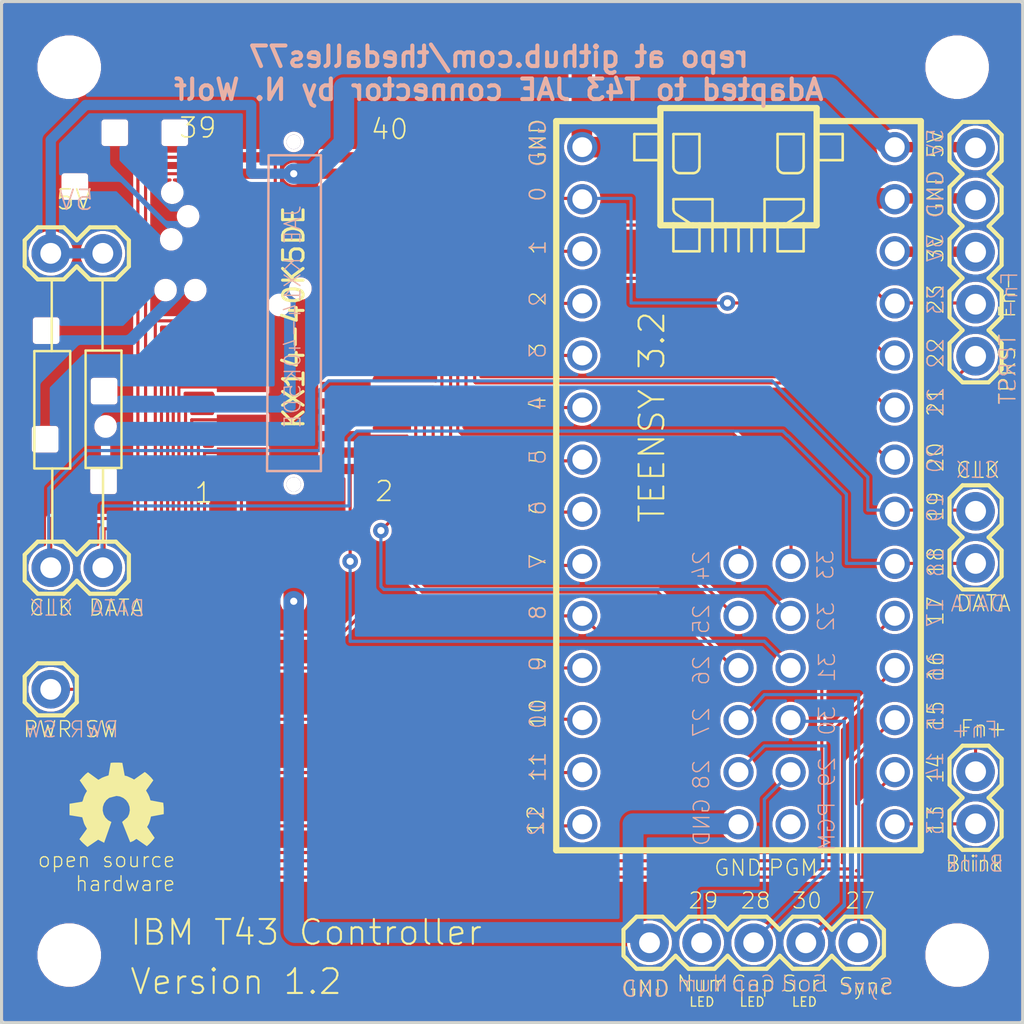
<source format=kicad_pcb>
(kicad_pcb (version 20171130) (host pcbnew 5.1.2)
  (layers (0 Top signal hide) (31 Bottom signal) (34 B.Paste user) (35 F.Paste user) (36 B.SilkS user) (37 F.SilkS user) (38 B.Mask user) (39 F.Mask user) (44 Edge.Cuts user))
  (net 0 "")
  (module "" (layer Top) (at 108.125 82.525)
    (fp_text reference "" (at 139.85 97.15) (layer F.SilkS) (effects (font (size 1.27 1.27))))
    (fp_text value "" (at 139.85 97.15) (layer F.SilkS) (effects (font (size 1.27 1.27))))
    (fp_text user KX14-40K5DE (at 139.75 94.95 -180) (layer F.SilkS))
  )
  (module "" (layer Top) (at 139.85 97.15)
    (fp_text reference "" (at 135.3 87.7) (layer F.SilkS) (effects (font (size 1.27 1.27))))
    (fp_text value "" (at 135.3 87.7) (layer F.SilkS) (effects (font (size 1.27 1.27))))
    (fp_text user KX14-40K5DE (at 135.175 85.65 -180) (layer F.SilkS))
  )
  (module Connector_JAE:KX14-40K5DE (layer Top) (at 135.3 87.7 270)
    (fp_text reference REF** hide)
    (fp_text value KX14-40K5DE (at 7.8 -2.55 90) (layer F.SilkS))
    (pad 2 smd rect (at 15.2 -5.1 270) (size 0.5 2.4) (layers Top F.Paste F.Mask))
    (pad 4 smd rect (at 14.4 -5.1 270) (size 0.5 2.4) (layers Top F.Paste F.Mask))
    (pad 6 smd rect (at 13.6 -5.1 270) (size 0.5 2.4) (layers Top F.Paste F.Mask))
    (pad 8 smd rect (at 12.8 -5.1 270) (size 0.5 2.4) (layers Top F.Paste F.Mask))
    (pad 10 smd rect (at 12 -5.1 270) (size 0.5 2.4) (layers Top F.Paste F.Mask))
    (pad 12 smd rect (at 11.2 -5.1 270) (size 0.5 2.4) (layers Top F.Paste F.Mask))
    (pad 14 smd rect (at 10.4 -5.1 270) (size 0.5 2.4) (layers Top F.Paste F.Mask))
    (pad 16 smd rect (at 9.6 -5.1 270) (size 0.5 2.4) (layers Top F.Paste F.Mask))
    (pad 18 smd rect (at 8.8 -5.1 270) (size 0.5 2.4) (layers Top F.Paste F.Mask))
    (pad 20 smd rect (at 8 -5.1 270) (size 0.5 2.4) (layers Top F.Paste F.Mask))
    (pad 22 smd rect (at 7.2 -5.1 270) (size 0.5 2.4) (layers Top F.Paste F.Mask))
    (pad 24 smd rect (at 6.4 -5.1 270) (size 0.5 2.4) (layers Top F.Paste F.Mask))
    (pad 26 smd rect (at 5.6 -5.1 270) (size 0.5 2.4) (layers Top F.Paste F.Mask))
    (pad 28 smd rect (at 4.8 -5.1 270) (size 0.5 2.4) (layers Top F.Paste F.Mask))
    (pad 30 smd rect (at 4 -5.1 270) (size 0.5 2.4) (layers Top F.Paste F.Mask))
    (pad 32 smd rect (at 3.2 -5.1 270) (size 0.5 2.4) (layers Top F.Paste F.Mask))
    (pad 34 smd rect (at 2.4 -5.1 270) (size 0.5 2.4) (layers Top F.Paste F.Mask))
    (pad 36 smd rect (at 1.6 -5.1 270) (size 0.5 2.4) (layers Top F.Paste F.Mask))
    (pad 38 smd rect (at 0.8 -5.1 270) (size 0.5 2.4) (layers Top F.Paste F.Mask))
    (pad 40 smd rect (at 0 -5.1 270) (size 0.5 2.4) (layers Top F.Paste F.Mask))
    (pad 44 smd rect (at 19.75 -2.55 270) (size 2.5 2.7) (layers Top F.Paste F.Mask))
    (pad 43 smd rect (at -4.5 -2.55 270) (size 2.5 2.7) (layers Top F.Paste F.Mask))
    (pad 42 thru_hole circle (at 15.95 -2.55 270) (size 0.7 0.7) (drill 0.7) (layers *.Cu *.Mask))
    (pad 41 thru_hole circle (at -0.75 -2.55 270) (size 0.7 0.7) (drill 0.7) (layers *.Cu *.Mask))
    (pad 1 smd rect (at 15.2 0 270) (size 0.5 2.4) (layers Top F.Paste F.Mask))
    (pad 3 smd rect (at 14.4 0 270) (size 0.5 2.4) (layers Top F.Paste F.Mask))
    (pad 5 smd rect (at 13.6 0 270) (size 0.5 2.4) (layers Top F.Paste F.Mask))
    (pad 7 smd rect (at 12.8 0 270) (size 0.5 2.4) (layers Top F.Paste F.Mask))
    (pad 9 smd rect (at 12 0 270) (size 0.5 2.4) (layers Top F.Paste F.Mask))
    (pad 11 smd rect (at 11.2 0 270) (size 0.5 2.4) (layers Top F.Paste F.Mask))
    (pad 13 smd rect (at 10.4 0 270) (size 0.5 2.4) (layers Top F.Paste F.Mask))
    (pad 15 smd rect (at 9.6 0 270) (size 0.5 2.4) (layers Top F.Paste F.Mask))
    (pad 17 smd rect (at 8.8 0 270) (size 0.5 2.4) (layers Top F.Paste F.Mask))
    (pad 19 smd rect (at 8 0 270) (size 0.5 2.4) (layers Top F.Paste F.Mask))
    (pad 21 smd rect (at 7.2 0 270) (size 0.5 2.4) (layers Top F.Paste F.Mask))
    (pad 23 smd rect (at 6.4 0 270) (size 0.5 2.4) (layers Top F.Paste F.Mask))
    (pad 25 smd rect (at 5.6 0 270) (size 0.5 2.4) (layers Top F.Paste F.Mask))
    (pad 27 smd rect (at 4.8 0 270) (size 0.5 2.4) (layers Top F.Paste F.Mask))
    (pad 29 smd rect (at 4 0 270) (size 0.5 2.4) (layers Top F.Paste F.Mask))
    (pad 31 smd rect (at 3.2 0 270) (size 0.5 2.4) (layers Top F.Paste F.Mask))
    (pad 33 smd rect (at 2.4 0 270) (size 0.5 2.4) (layers Top F.Paste F.Mask))
    (pad 35 smd rect (at 1.6 0 270) (size 0.5 2.4) (layers Top F.Paste F.Mask))
    (pad 37 smd rect (at 0.8 0 270) (size 0.5 2.4) (layers Top F.Paste F.Mask))
    (pad 39 smd rect (at 0 0 270) (size 0.5 2.4) (layers Top F.Paste F.Mask))
  )
  (module "" (layer Top) (at 170.2011 83.3036)
    (fp_text reference @HOLE0 hide)
    (fp_text value "" (at 0 0) (layer F.SilkS) (effects (font (size 1.27 1.27))))
    (pad "" np_thru_hole circle (at 0 0) (size 2.8 2.8) (drill 2.8) (layers *.Cu *.Mask))
  )
  (module "" (layer Top) (at 126.9011 83.3036)
    (fp_text reference @HOLE1 hide)
    (fp_text value "" (at 0 0) (layer F.SilkS) (effects (font (size 1.27 1.27))))
    (pad "" np_thru_hole circle (at 0 0) (size 2.8 2.8) (drill 2.8) (layers *.Cu *.Mask))
  )
  (module "" (layer Top) (at 126.9011 126.6036)
    (fp_text reference @HOLE2 hide)
    (fp_text value "" (at 0 0) (layer F.SilkS) (effects (font (size 1.27 1.27))))
    (pad "" np_thru_hole circle (at 0 0) (size 2.8 2.8) (drill 2.8) (layers *.Cu *.Mask))
  )
  (module "" (layer Top) (at 170.2011 126.6036)
    (fp_text reference @HOLE3 hide)
    (fp_text value "" (at 0 0) (layer F.SilkS) (effects (font (size 1.27 1.27))))
    (pad "" np_thru_hole circle (at 0 0) (size 2.8 2.8) (drill 2.8) (layers *.Cu *.Mask))
  )
  (module Lenovo_Scanner:TEENSY_3P2MIN (layer Top) (at 157.0011 99.9036 270)
    (fp_text reference E$1 hide)
    (fp_text value "" hide)
    (fp_text user "TEENSY 3.2" (at 5.6964 0.9761 270) (layer F.SilkS) (effects (font (size 1.2065 1.2065) (thickness 0.1016)) (justify left bottom)))
    (pad GND2 thru_hole circle (at 20.32 -2.54 90) (size 1.4732 1.4732) (drill 0.9652) (layers *.Cu *.Mask))
    (pad PGM thru_hole circle (at 20.32 -5.08 90) (size 1.4732 1.4732) (drill 0.9652) (layers *.Cu *.Mask))
    (pad 24 thru_hole circle (at 7.62 -2.54 90) (size 1.4732 1.4732) (drill 0.9652) (layers *.Cu *.Mask))
    (pad 25 thru_hole circle (at 10.16 -2.54 90) (size 1.4732 1.4732) (drill 0.9652) (layers *.Cu *.Mask))
    (pad 26 thru_hole circle (at 12.7 -2.54 90) (size 1.4732 1.4732) (drill 0.9652) (layers *.Cu *.Mask))
    (pad 27 thru_hole circle (at 15.24 -2.54 90) (size 1.4732 1.4732) (drill 0.9652) (layers *.Cu *.Mask))
    (pad 28 thru_hole circle (at 17.78 -2.54 90) (size 1.4732 1.4732) (drill 0.9652) (layers *.Cu *.Mask))
    (pad 33 thru_hole circle (at 7.62 -5.08 90) (size 1.4732 1.4732) (drill 0.9652) (layers *.Cu *.Mask))
    (pad 32 thru_hole circle (at 10.16 -5.08 90) (size 1.4732 1.4732) (drill 0.9652) (layers *.Cu *.Mask))
    (pad 31 thru_hole circle (at 12.7 -5.08 90) (size 1.4732 1.4732) (drill 0.9652) (layers *.Cu *.Mask))
    (pad 30 thru_hole circle (at 15.24 -5.08 90) (size 1.4732 1.4732) (drill 0.9652) (layers *.Cu *.Mask))
    (pad 29 thru_hole circle (at 17.78 -5.08 90) (size 1.4732 1.4732) (drill 0.9652) (layers *.Cu *.Mask))
    (pad VIN thru_hole circle (at -12.7 -10.16 270) (size 1.4732 1.4732) (drill 0.9652) (layers *.Cu *.Mask))
    (pad GND1 thru_hole circle (at -12.7 5.08 270) (size 1.4732 1.4732) (drill 0.9652) (layers *.Cu *.Mask))
    (pad AGND thru_hole circle (at -10.16 -10.16 270) (size 1.4732 1.4732) (drill 0.9652) (layers *.Cu *.Mask))
    (pad 3V1 thru_hole circle (at -7.62 -10.16 270) (size 1.4732 1.4732) (drill 0.9652) (layers *.Cu *.Mask))
    (pad 0 thru_hole circle (at -10.16 5.08 270) (size 1.4732 1.4732) (drill 0.9652) (layers *.Cu *.Mask))
    (pad 23 thru_hole circle (at -5.08 -10.16 270) (size 1.4732 1.4732) (drill 0.9652) (layers *.Cu *.Mask))
    (pad 22 thru_hole circle (at -2.54 -10.16 270) (size 1.4732 1.4732) (drill 0.9652) (layers *.Cu *.Mask))
    (pad 21 thru_hole circle (at 0 -10.16 270) (size 1.4732 1.4732) (drill 0.9652) (layers *.Cu *.Mask))
    (pad 20 thru_hole circle (at 2.54 -10.16 270) (size 1.4732 1.4732) (drill 0.9652) (layers *.Cu *.Mask))
    (pad 19 thru_hole circle (at 5.08 -10.16 270) (size 1.4732 1.4732) (drill 0.9652) (layers *.Cu *.Mask))
    (pad 18 thru_hole circle (at 7.62 -10.16 270) (size 1.4732 1.4732) (drill 0.9652) (layers *.Cu *.Mask))
    (pad 17 thru_hole circle (at 10.16 -10.16 270) (size 1.4732 1.4732) (drill 0.9652) (layers *.Cu *.Mask))
    (pad 16 thru_hole circle (at 12.7 -10.16 270) (size 1.4732 1.4732) (drill 0.9652) (layers *.Cu *.Mask))
    (pad 15 thru_hole circle (at 15.24 -10.16 270) (size 1.4732 1.4732) (drill 0.9652) (layers *.Cu *.Mask))
    (pad 14 thru_hole circle (at 17.78 -10.16 270) (size 1.4732 1.4732) (drill 0.9652) (layers *.Cu *.Mask))
    (pad 13 thru_hole circle (at 20.32 -10.16 270) (size 1.4732 1.4732) (drill 0.9652) (layers *.Cu *.Mask))
    (pad 12 thru_hole circle (at 20.32 5.08 270) (size 1.4732 1.4732) (drill 0.9652) (layers *.Cu *.Mask))
    (pad 11 thru_hole circle (at 17.78 5.08 270) (size 1.4732 1.4732) (drill 0.9652) (layers *.Cu *.Mask))
    (pad 10 thru_hole circle (at 15.24 5.08 270) (size 1.4732 1.4732) (drill 0.9652) (layers *.Cu *.Mask))
    (pad 9 thru_hole circle (at 12.7 5.08 270) (size 1.4732 1.4732) (drill 0.9652) (layers *.Cu *.Mask))
    (pad 8 thru_hole circle (at 10.16 5.08 270) (size 1.4732 1.4732) (drill 0.9652) (layers *.Cu *.Mask))
    (pad 7 thru_hole circle (at 7.62 5.08 270) (size 1.4732 1.4732) (drill 0.9652) (layers *.Cu *.Mask))
    (pad 6 thru_hole circle (at 5.08 5.08 270) (size 1.4732 1.4732) (drill 0.9652) (layers *.Cu *.Mask))
    (pad 5 thru_hole circle (at 2.54 5.08 270) (size 1.4732 1.4732) (drill 0.9652) (layers *.Cu *.Mask))
    (pad 4 thru_hole circle (at 0 5.08 270) (size 1.4732 1.4732) (drill 0.9652) (layers *.Cu *.Mask))
    (pad 3 thru_hole circle (at -2.54 5.08 270) (size 1.4732 1.4732) (drill 0.9652) (layers *.Cu *.Mask))
    (pad 2 thru_hole circle (at -5.08 5.08 270) (size 1.4732 1.4732) (drill 0.9652) (layers *.Cu *.Mask))
    (pad 1 thru_hole circle (at -7.62 5.08 270) (size 1.4732 1.4732) (drill 0.9652) (layers *.Cu *.Mask))
  )
  (module Lenovo_Scanner:1X01 (layer Top) (at 126.0011 113.6436)
    (fp_text reference E$3 hide)
    (fp_text value "")
    (pad 1 thru_hole circle (at 0 0 90) (size 1.8796 1.8796) (drill 1.016) (layers *.Cu *.Mask))
  )
  (module Lenovo_Scanner:1X02 (layer Top) (at 171.1011 107.5036 90)
    (fp_text reference E$8 hide)
    (fp_text value "")
    (pad 2 thru_hole circle (at 2.54 0 180) (size 1.8796 1.8796) (drill 1.016) (layers *.Cu *.Mask))
    (pad 1 thru_hole circle (at 0 0 180) (size 1.8796 1.8796) (drill 1.016) (layers *.Cu *.Mask))
  )
  (module Lenovo_Scanner:1X02 (layer Top) (at 171.1011 120.2036 90)
    (fp_text reference E$7 hide)
    (fp_text value "")
    (pad 2 thru_hole circle (at 2.54 0 180) (size 1.8796 1.8796) (drill 1.016) (layers *.Cu *.Mask))
    (pad 1 thru_hole circle (at 0 0 180) (size 1.8796 1.8796) (drill 1.016) (layers *.Cu *.Mask))
  )
  (module Lenovo_Scanner:1X05 (layer Top) (at 155.2011 126.0036)
    (fp_text reference E$4 hide)
    (fp_text value "")
    (pad 5 thru_hole circle (at 10.16 0 90) (size 1.8796 1.8796) (drill 1.016) (layers *.Cu *.Mask))
    (pad 4 thru_hole circle (at 7.62 0 90) (size 1.8796 1.8796) (drill 1.016) (layers *.Cu *.Mask))
    (pad 3 thru_hole circle (at 5.08 0 90) (size 1.8796 1.8796) (drill 1.016) (layers *.Cu *.Mask))
    (pad 2 thru_hole circle (at 2.54 0 90) (size 1.8796 1.8796) (drill 1.016) (layers *.Cu *.Mask))
    (pad 1 thru_hole circle (at 0 0 90) (size 1.8796 1.8796) (drill 1.016) (layers *.Cu *.Mask))
  )
  (module Lenovo_Scanner:1X02 (layer Top) (at 126.0011 92.3836)
    (fp_text reference E$5 hide)
    (fp_text value "")
    (pad 2 thru_hole circle (at 2.54 0 90) (size 1.8796 1.8796) (drill 1.016) (layers *.Cu *.Mask))
    (pad 1 thru_hole circle (at 0 0 90) (size 1.8796 1.8796) (drill 1.016) (layers *.Cu *.Mask))
  )
  (module Lenovo_Scanner:1X02 (layer Top) (at 126.0011 107.7136)
    (fp_text reference E$9 hide)
    (fp_text value "")
    (pad 2 thru_hole circle (at 2.54 0 90) (size 1.8796 1.8796) (drill 1.016) (layers *.Cu *.Mask))
    (pad 1 thru_hole circle (at 0 0 90) (size 1.8796 1.8796) (drill 1.016) (layers *.Cu *.Mask))
  )
  (module Lenovo_Scanner:1X05 (layer Top) (at 171.1011 97.4036 90)
    (fp_text reference E$6 hide)
    (fp_text value "")
    (pad 5 thru_hole circle (at 10.16 0 180) (size 1.8796 1.8796) (drill 1.016) (layers *.Cu *.Mask))
    (pad 4 thru_hole circle (at 7.62 0 180) (size 1.8796 1.8796) (drill 1.016) (layers *.Cu *.Mask))
    (pad 3 thru_hole circle (at 5.08 0 180) (size 1.8796 1.8796) (drill 1.016) (layers *.Cu *.Mask))
    (pad 2 thru_hole circle (at 2.54 0 180) (size 1.8796 1.8796) (drill 1.016) (layers *.Cu *.Mask))
    (pad 1 thru_hole circle (at 0 0 180) (size 1.8796 1.8796) (drill 1.016) (layers *.Cu *.Mask))
  )
  (module Lenovo_Scanner:OSHW_5MM (layer Top) (at 129.2011 119.5036)
    (fp_text reference E$10 hide)
    (fp_text value "" hide)
    (fp_text user "open source\n  hardware" (at 2.921 2.032) (layer F.SilkS) (effects (font (size 0.7239 0.7239) (thickness 0.06096)) (justify right top)))
  )
  (gr_text 27 (at 164.7 124.4) (layer F.SilkS) (effects (font (size 0.77216 0.77216) (thickness 0.065024)) (justify left bottom)))
  (gr_text 30 (at 162.1 124.4) (layer F.SilkS) (effects (font (size 0.77216 0.77216) (thickness 0.065024)) (justify left bottom)))
  (gr_text 28 (at 159.6 124.4) (layer F.SilkS) (effects (font (size 0.77216 0.77216) (thickness 0.065024)) (justify left bottom)))
  (gr_text 29 (at 157.05 124.4) (layer F.SilkS) (effects (font (size 0.77216 0.77216) (thickness 0.065024)) (justify left bottom)))
  (gr_text GND (at 150.219374 85.7964 90) (layer B.SilkS) (effects (font (size 0.77216 0.77216) (thickness 0.065024)) (justify left bottom mirror)))
  (gr_text LED (at 162.1 129.15) (layer F.SilkS) (effects (font (size 0.45 0.45) (thickness 0.065024)) (justify left bottom)))
  (gr_text LED (at 159.55 129.15) (layer F.SilkS) (effects (font (size 0.45 0.45) (thickness 0.065024)) (justify left bottom)))
  (gr_text LED (at 157.1 129.15) (layer F.SilkS) (effects (font (size 0.45 0.45) (thickness 0.065024)) (justify left bottom)))
  (gr_line (start 128.55 102.875) (end 128.55 106.425) (layer F.SilkS) (width 0.12))
  (gr_line (start 126.075 102.875) (end 126.075 106.5) (layer F.SilkS) (width 0.12))
  (gr_line (start 126.05 97.15) (end 126.05 93.65) (layer F.SilkS) (width 0.12))
  (gr_line (start 128.525 97.125) (end 128.525 93.65) (layer F.SilkS) (width 0.12))
  (gr_line (start 126.95 97.15) (end 126.95 102.875) (layer F.SilkS) (width 0.12))
  (gr_line (start 126.95 102.875) (end 125.2 102.875) (layer F.SilkS) (width 0.12))
  (gr_line (start 125.2 102.85) (end 125.2 97.15) (layer F.SilkS) (width 0.12))
  (gr_line (start 125.2 97.15) (end 126.95 97.15) (layer F.SilkS) (width 0.12))
  (gr_line (start 127.7 102.85) (end 127.7 97.125) (layer F.SilkS) (width 0.12))
  (gr_line (start 129.45 102.85) (end 127.7 102.85) (layer F.SilkS) (width 0.12))
  (gr_line (start 129.45 97.125) (end 129.45 102.85) (layer F.SilkS) (width 0.12))
  (gr_line (start 127.7 97.125) (end 129.45 97.125) (layer F.SilkS) (width 0.12))
  (gr_text PGM (at 164.3 119.075 90) (layer B.SilkS) (effects (font (size 0.77216 0.77216) (thickness 0.065024)) (justify left bottom mirror)))
  (gr_text 29 (at 164.310805 116.9 90) (layer B.SilkS) (effects (font (size 0.77216 0.77216) (thickness 0.065024)) (justify left bottom mirror)))
  (gr_text 30 (at 164.310805 114.4 90) (layer B.SilkS) (effects (font (size 0.77216 0.77216) (thickness 0.065024)) (justify left bottom mirror)))
  (gr_text 31 (at 164.310805 111.8 90) (layer B.SilkS) (effects (font (size 0.77216 0.77216) (thickness 0.065024)) (justify left bottom mirror)))
  (gr_text 32 (at 164.260805 109.325 90) (layer B.SilkS) (effects (font (size 0.77216 0.77216) (thickness 0.065024)) (justify left bottom mirror)))
  (gr_text 33 (at 164.235805 106.8 90) (layer B.SilkS) (effects (font (size 0.77216 0.77216) (thickness 0.065024)) (justify left bottom mirror)))
  (gr_line (start 136.55 103) (end 136.625 87.6) (layer B.SilkS) (width 0.12))
  (gr_line (start 139.175 103) (end 136.55 103) (layer B.SilkS) (width 0.12))
  (gr_line (start 139.175 87.6) (end 139.175 103) (layer B.SilkS) (width 0.12))
  (gr_line (start 136.625 87.6) (end 139.175 87.6) (layer B.SilkS) (width 0.12))
  (gr_text "JAE KX14-40K5DE" (at 138.25 89.975 90) (layer B.SilkS) (effects (font (size 0.77216 0.77216) (thickness 0.065024)) (justify left bottom mirror)))
  (gr_text GND (at 156.2 128.7) (layer B.SilkS) (effects (font (size 0.77216 0.77216) (thickness 0.065024)) (justify left bottom mirror)))
  (gr_text "PWR SW" (at 129.374084 116.0564) (layer B.SilkS) (effects (font (size 0.77216 0.77216) (thickness 0.065024)) (justify left bottom mirror)))
  (gr_text 5V (at 128.152832 90.35) (layer B.SilkS) (effects (font (size 0.9652 0.9652) (thickness 0.08128)) (justify left bottom mirror)))
  (gr_text DATA (at 130.650299 110.1464) (layer B.SilkS) (effects (font (size 0.77216 0.77216) (thickness 0.065024)) (justify left bottom mirror)))
  (gr_text CLK (at 127.135526 110.1214) (layer B.SilkS) (effects (font (size 0.77216 0.77216) (thickness 0.065024)) (justify left bottom mirror)))
  (gr_text GND (at 169.594374 88.2964 90) (layer B.SilkS) (effects (font (size 0.77216 0.77216) (thickness 0.065024)) (justify left bottom mirror)))
  (gr_text Fn- (at 173.207604 93.2214 90) (layer B.SilkS) (effects (font (size 0.77216 0.77216) (thickness 0.065024)) (justify left bottom mirror)))
  (gr_text TPRST (at 173.122459 96.2714 90) (layer B.SilkS) (effects (font (size 0.77216 0.77216) (thickness 0.065024)) (justify left bottom mirror)))
  (gr_text CLK (at 172.310526 103.3964) (layer B.SilkS) (effects (font (size 0.77216 0.77216) (thickness 0.065024)) (justify left bottom mirror)))
  (gr_text DATA (at 172.600299 109.9214) (layer B.SilkS) (effects (font (size 0.77216 0.77216) (thickness 0.065024)) (justify left bottom mirror)))
  (gr_text Fn+ (at 172.25 116.075) (layer B.SilkS) (effects (font (size 0.77216 0.77216) (thickness 0.065024)) (justify left bottom mirror)))
  (gr_text Blink (at 172.533047 122.6) (layer B.SilkS) (effects (font (size 0.77216 0.77216) (thickness 0.065024)) (justify left bottom mirror)))
  (gr_text 23 (at 169.610805 93.875 90) (layer B.SilkS) (effects (font (size 0.77216 0.77216) (thickness 0.065024)) (justify left bottom mirror)))
  (gr_text 22 (at 169.610805 96.5 90) (layer B.SilkS) (effects (font (size 0.77216 0.77216) (thickness 0.065024)) (justify left bottom mirror)))
  (gr_text 21 (at 169.610805 98.875 90) (layer B.SilkS) (effects (font (size 0.77216 0.77216) (thickness 0.065024)) (justify left bottom mirror)))
  (gr_text 20 (at 169.585805 101.6 90) (layer B.SilkS) (effects (font (size 0.77216 0.77216) (thickness 0.065024)) (justify left bottom mirror)))
  (gr_text 19 (at 169.585805 104 90) (layer B.SilkS) (effects (font (size 0.77216 0.77216) (thickness 0.065024)) (justify left bottom mirror)))
  (gr_text 18 (at 169.610805 106.675 90) (layer B.SilkS) (effects (font (size 0.77216 0.77216) (thickness 0.065024)) (justify left bottom mirror)))
  (gr_text 17 (at 169.585805 109.125 90) (layer B.SilkS) (effects (font (size 0.77216 0.77216) (thickness 0.065024)) (justify left bottom mirror)))
  (gr_text 16 (at 169.610805 111.775 90) (layer B.SilkS) (effects (font (size 0.77216 0.77216) (thickness 0.065024)) (justify left bottom mirror)))
  (gr_text 15 (at 169.610805 114.2 90) (layer B.SilkS) (effects (font (size 0.77216 0.77216) (thickness 0.065024)) (justify left bottom mirror)))
  (gr_text 14 (at 169.585805 116.625 90) (layer B.SilkS) (effects (font (size 0.77216 0.77216) (thickness 0.065024)) (justify left bottom mirror)))
  (gr_text 13 (at 169.585805 119.25 90) (layer B.SilkS) (effects (font (size 0.77216 0.77216) (thickness 0.065024)) (justify left bottom mirror)))
  (gr_text 3V (at 169.587266 91.375 90) (layer B.SilkS) (effects (font (size 0.77216 0.77216) (thickness 0.065024)) (justify left bottom mirror)))
  (gr_text 5V (at 169.587266 86.25 90) (layer B.SilkS) (effects (font (size 0.77216 0.77216) (thickness 0.065024)) (justify left bottom mirror)))
  (gr_text GND (at 158.2 118.9 90) (layer B.SilkS) (effects (font (size 0.77216 0.77216) (thickness 0.065024)) (justify left bottom mirror)))
  (gr_text 28 (at 158.175 117.025 90) (layer B.SilkS) (effects (font (size 0.77216 0.77216) (thickness 0.065024)) (justify left bottom mirror)))
  (gr_text 27 (at 158.175 114.475 90) (layer B.SilkS) (effects (font (size 0.77216 0.77216) (thickness 0.065024)) (justify left bottom mirror)))
  (gr_text 26 (at 158.175 111.95 90) (layer B.SilkS) (effects (font (size 0.77216 0.77216) (thickness 0.065024)) (justify left bottom mirror)))
  (gr_text 25 (at 158.175 109.45 90) (layer B.SilkS) (effects (font (size 0.77216 0.77216) (thickness 0.065024)) (justify left bottom mirror)))
  (gr_text 24 (at 158.175 106.825 90) (layer B.SilkS) (effects (font (size 0.77216 0.77216) (thickness 0.065024)) (justify left bottom mirror)))
  (gr_text 12 (at 150.125 119.3 90) (layer B.SilkS) (effects (font (size 0.77216 0.77216) (thickness 0.065024)) (justify left bottom mirror)))
  (gr_text 11 (at 150.2 116.675 90) (layer B.SilkS) (effects (font (size 0.77216 0.77216) (thickness 0.065024)) (justify left bottom mirror)))
  (gr_text 10 (at 150.2 114.075 90) (layer B.SilkS) (effects (font (size 0.77216 0.77216) (thickness 0.065024)) (justify left bottom mirror)))
  (gr_text 9 (at 150.2 112 90) (layer B.SilkS) (effects (font (size 0.77216 0.77216) (thickness 0.065024)) (justify left bottom mirror)))
  (gr_text 8 (at 150.2 109.5 90) (layer B.SilkS) (effects (font (size 0.77216 0.77216) (thickness 0.065024)) (justify left bottom mirror)))
  (gr_text 7 (at 150.2 107.025 90) (layer B.SilkS) (effects (font (size 0.77216 0.77216) (thickness 0.065024)) (justify left bottom mirror)))
  (gr_text 6 (at 150.2 104.4 90) (layer B.SilkS) (effects (font (size 0.77216 0.77216) (thickness 0.065024)) (justify left bottom mirror)))
  (gr_text 5 (at 150.2 101.925 90) (layer B.SilkS) (effects (font (size 0.77216 0.77216) (thickness 0.065024)) (justify left bottom mirror)))
  (gr_text 4 (at 150.2 99.275 90) (layer B.SilkS) (effects (font (size 0.77216 0.77216) (thickness 0.065024)) (justify left bottom mirror)))
  (gr_text 3 (at 150.2 96.75 90) (layer B.SilkS) (effects (font (size 0.77216 0.77216) (thickness 0.065024)) (justify left bottom mirror)))
  (gr_text 2 (at 150.2 94.225 90) (layer B.SilkS) (effects (font (size 0.77216 0.77216) (thickness 0.065024)) (justify left bottom mirror)))
  (gr_text 1 (at 150.2 91.7 90) (layer B.SilkS) (effects (font (size 0.77216 0.77216) (thickness 0.065024)) (justify left bottom mirror)))
  (gr_text 0 (at 150.2 89.1 90) (layer B.SilkS) (effects (font (size 0.77216 0.77216) (thickness 0.065024)) (justify left bottom mirror)))
  (gr_text Sync (at 164.375 128.575) (layer F.SilkS) (effects (font (size 0.77216 0.77216) (thickness 0.065024)) (justify left bottom)))
  (gr_text Scrl (at 161.6 128.45) (layer F.SilkS) (effects (font (size 0.77216 0.77216) (thickness 0.065024)) (justify left bottom)))
  (gr_text Cap (at 159.125 128.45) (layer F.SilkS) (effects (font (size 0.77216 0.77216) (thickness 0.065024)) (justify left bottom)))
  (gr_text Num (at 156.475 128.45) (layer F.SilkS) (effects (font (size 0.77216 0.77216) (thickness 0.065024)) (justify left bottom)))
  (gr_text "repo at github.com/thedalles77\nAdapted to T43 JAE connector by N. Wolf" (at 147.85 83.6) (layer B.SilkS) (effects (font (size 1 1) (thickness 0.2)) (justify mirror)))
  (gr_text 40 (at 141.55 86.9) (layer F.SilkS) (effects (font (size 0.9652 0.9652) (thickness 0.08128)) (justify left bottom)))
  (gr_text "IBM T43 Controller" (at 129.8011 126.2036) (layer F.SilkS) (effects (font (size 1.2065 1.2065) (thickness 0.1016)) (justify left bottom)))
  (gr_text 1 (at 132.95 104.625) (layer F.SilkS) (effects (font (size 0.9652 0.9652) (thickness 0.08128)) (justify left bottom)))
  (gr_text 39 (at 132.2 86.825) (layer F.SilkS) (effects (font (size 0.9652 0.9652) (thickness 0.08128)) (justify left bottom)))
  (gr_text 2 (at 141.75 104.55) (layer F.SilkS) (effects (font (size 0.9652 0.9652) (thickness 0.08128)) (justify left bottom)))
  (gr_text "PWR SW" (at 124.6011 116.0436) (layer F.SilkS) (effects (font (size 0.77216 0.77216) (thickness 0.065024)) (justify left bottom)))
  (gr_text GND (at 153.8 128.7) (layer F.SilkS) (effects (font (size 0.77216 0.77216) (thickness 0.065024)) (justify left bottom)))
  (gr_text Blink (at 169.575 122.6) (layer F.SilkS) (effects (font (size 0.77216 0.77216) (thickness 0.065024)) (justify left bottom)))
  (gr_text Fn+ (at 170.3011 116.0036) (layer F.SilkS) (effects (font (size 0.77216 0.77216) (thickness 0.065024)) (justify left bottom)))
  (gr_text Fn- (at 173.1011 95.6036 90) (layer F.SilkS) (effects (font (size 0.77216 0.77216) (thickness 0.065024)) (justify left bottom)))
  (gr_text DATA (at 170.1011 109.9036) (layer F.SilkS) (effects (font (size 0.77216 0.77216) (thickness 0.065024)) (justify left bottom)))
  (gr_text CLK (at 170.1011 103.4036) (layer F.SilkS) (effects (font (size 0.77216 0.77216) (thickness 0.065024)) (justify left bottom)))
  (gr_text 5V (at 169.6011 87.8036 90) (layer F.SilkS) (effects (font (size 0.77216 0.77216) (thickness 0.065024)) (justify left bottom)))
  (gr_text GND (at 169.6011 90.7036 90) (layer F.SilkS) (effects (font (size 0.77216 0.77216) (thickness 0.065024)) (justify left bottom)))
  (gr_text 3V (at 169.6011 92.9036 90) (layer F.SilkS) (effects (font (size 0.77216 0.77216) (thickness 0.065024)) (justify left bottom)))
  (gr_text Num (at 159.1 128.45) (layer B.SilkS) (effects (font (size 0.77216 0.77216) (thickness 0.065024)) (justify left bottom mirror)))
  (gr_text Cap (at 161.4 128.45) (layer B.SilkS) (effects (font (size 0.77216 0.77216) (thickness 0.065024)) (justify left bottom mirror)))
  (gr_text Scrl (at 163.9 128.45) (layer B.SilkS) (effects (font (size 0.77216 0.77216) (thickness 0.065024)) (justify left bottom mirror)))
  (gr_text Sync (at 167.15 128.6) (layer B.SilkS) (effects (font (size 0.77216 0.77216) (thickness 0.065024)) (justify left bottom mirror)))
  (gr_text GND (at 150.2011 88.2036 90) (layer F.SilkS) (effects (font (size 0.77216 0.77216) (thickness 0.065024)) (justify left bottom)))
  (gr_text 0 (at 150.2011 89.9036 90) (layer F.SilkS) (effects (font (size 0.77216 0.77216) (thickness 0.065024)) (justify left bottom)))
  (gr_text 1 (at 150.2011 92.5036 90) (layer F.SilkS) (effects (font (size 0.77216 0.77216) (thickness 0.065024)) (justify left bottom)))
  (gr_text 2 (at 150.2011 95.0036 90) (layer F.SilkS) (effects (font (size 0.77216 0.77216) (thickness 0.065024)) (justify left bottom)))
  (gr_text 3 (at 150.2011 97.5036 90) (layer F.SilkS) (effects (font (size 0.77216 0.77216) (thickness 0.065024)) (justify left bottom)))
  (gr_text 4 (at 150.2011 100.1036 90) (layer F.SilkS) (effects (font (size 0.77216 0.77216) (thickness 0.065024)) (justify left bottom)))
  (gr_text 5 (at 150.2011 102.7036 90) (layer F.SilkS) (effects (font (size 0.77216 0.77216) (thickness 0.065024)) (justify left bottom)))
  (gr_text 6 (at 150.2011 105.2036 90) (layer F.SilkS) (effects (font (size 0.77216 0.77216) (thickness 0.065024)) (justify left bottom)))
  (gr_text 7 (at 150.2011 107.8036 90) (layer F.SilkS) (effects (font (size 0.77216 0.77216) (thickness 0.065024)) (justify left bottom)))
  (gr_text 8 (at 150.2011 110.3036 90) (layer F.SilkS) (effects (font (size 0.77216 0.77216) (thickness 0.065024)) (justify left bottom)))
  (gr_text 9 (at 150.2011 112.8036 90) (layer F.SilkS) (effects (font (size 0.77216 0.77216) (thickness 0.065024)) (justify left bottom)))
  (gr_text 10 (at 150.2011 115.6036 90) (layer F.SilkS) (effects (font (size 0.77216 0.77216) (thickness 0.065024)) (justify left bottom)))
  (gr_text 11 (at 150.2011 118.2036 90) (layer F.SilkS) (effects (font (size 0.77216 0.77216) (thickness 0.065024)) (justify left bottom)))
  (gr_text 12 (at 150.1011 120.8036 90) (layer F.SilkS) (effects (font (size 0.77216 0.77216) (thickness 0.065024)) (justify left bottom)))
  (gr_text 13 (at 169.6011 120.8036 90) (layer F.SilkS) (effects (font (size 0.77216 0.77216) (thickness 0.065024)) (justify left bottom)))
  (gr_text 14 (at 169.6011 118.3036 90) (layer F.SilkS) (effects (font (size 0.77216 0.77216) (thickness 0.065024)) (justify left bottom)))
  (gr_text 15 (at 169.6011 115.7036 90) (layer F.SilkS) (effects (font (size 0.77216 0.77216) (thickness 0.065024)) (justify left bottom)))
  (gr_text 16 (at 169.6011 113.3036 90) (layer F.SilkS) (effects (font (size 0.77216 0.77216) (thickness 0.065024)) (justify left bottom)))
  (gr_text 17 (at 169.6011 110.6036 90) (layer F.SilkS) (effects (font (size 0.77216 0.77216) (thickness 0.065024)) (justify left bottom)))
  (gr_text 18 (at 169.6011 108.2036 90) (layer F.SilkS) (effects (font (size 0.77216 0.77216) (thickness 0.065024)) (justify left bottom)))
  (gr_text 19 (at 169.6011 105.5036 90) (layer F.SilkS) (effects (font (size 0.77216 0.77216) (thickness 0.065024)) (justify left bottom)))
  (gr_text 20 (at 169.6011 103.1036 90) (layer F.SilkS) (effects (font (size 0.77216 0.77216) (thickness 0.065024)) (justify left bottom)))
  (gr_text 21 (at 169.6011 100.4036 90) (layer F.SilkS) (effects (font (size 0.77216 0.77216) (thickness 0.065024)) (justify left bottom)))
  (gr_text 22 (at 169.6011 98.0036 90) (layer F.SilkS) (effects (font (size 0.77216 0.77216) (thickness 0.065024)) (justify left bottom)))
  (gr_text 23 (at 169.6011 95.4036 90) (layer F.SilkS) (effects (font (size 0.77216 0.77216) (thickness 0.065024)) (justify left bottom)))
  (gr_text PGM (at 160.95 122.8) (layer F.SilkS) (effects (font (size 0.77216 0.77216) (thickness 0.065024)) (justify left bottom)))
  (gr_text GND (at 158.3 122.8) (layer F.SilkS) (effects (font (size 0.77216 0.77216) (thickness 0.065024)) (justify left bottom)))
  (gr_line (start 123.6011 129.9036) (end 123.6011 80.1036) (layer Edge.Cuts) (width 0.15))
  (gr_line (start 123.6011 80.1036) (end 173.4011 80.1036) (layer Edge.Cuts) (width 0.15))
  (gr_line (start 173.4011 80.1036) (end 173.4011 129.9036) (layer Edge.Cuts) (width 0.15))
  (gr_line (start 173.4011 129.9036) (end 123.6011 129.9036) (layer Edge.Cuts) (width 0.15))
  (gr_text CLK (at 124.9011 110.1136) (layer F.SilkS) (effects (font (size 0.77216 0.77216) (thickness 0.065024)) (justify left bottom)))
  (gr_text DATA (at 127.8011 110.1136) (layer F.SilkS) (effects (font (size 0.77216 0.77216) (thickness 0.065024)) (justify left bottom)))
  (gr_text 5V (at 126.2 90.325) (layer F.SilkS) (effects (font (size 0.9652 0.9652) (thickness 0.08128)) (justify left bottom)))
  (gr_text TPRST (at 173.1011 99.8036 90) (layer F.SilkS) (effects (font (size 0.77216 0.77216) (thickness 0.065024)) (justify left bottom)))
  (gr_text "Version 1.2" (at 129.8011 128.6036) (layer F.SilkS) (effects (font (size 1.2065 1.2065) (thickness 0.1016)) (justify left bottom)))
  (segment (start 163.0011 93.6036) (end 166.6011 97.2036) (width 0.1524) (layer Top) (net 0))
  (segment (start 163.0011 96.1036) (end 166.7011 99.8036) (width 0.1524) (layer Top) (net 0))
  (segment (start 161.8011 87.2036) (end 164.4011 89.7036) (width 1) (layer Top) (net 0))
  (segment (start 164.4011 89.7036) (end 166.6011 89.7036) (width 1) (layer Top) (net 0))
  (segment (start 161.8011 87.2036) (end 151.9011 87.2036) (width 1) (layer Top) (net 0))
  (segment (start 151.9011 87.2036) (end 151.7011 87.2036) (width 1.016) (layer Top) (net 0))
  (segment (start 138.3011 82.6036) (end 151.9011 82.6036) (width 1) (layer Top) (net 0))
  (segment (start 151.9011 82.6036) (end 151.9011 87.2036) (width 1) (layer Top) (net 0))
  (via (at 137.85 88.5) (size 0.7564) (drill 0.35) (layers Top Bottom) (net 0))
  (via (at 142.1011 105.9036) (size 0.7564) (drill 0.35) (layers Top Bottom) (net 0))
  (via (at 140.6011 107.4036) (size 0.7564) (drill 0.35) (layers Top Bottom) (net 0))
  (segment (start 161.8011 109.7036) (end 161.0011 108.9036) (width 0.1524) (layer Bottom) (net 0))
  (segment (start 161.7011 112.2036) (end 160.8011 111.3036) (width 0.1524) (layer Bottom) (net 0))
  (segment (start 160.8011 111.3036) (end 140.6011 111.3036) (width 0.1524) (layer Bottom) (net 0))
  (segment (start 140.6011 111.3036) (end 140.6011 107.7036) (width 0.1524) (layer Bottom) (net 0))
  (segment (start 159.7011 120.2036) (end 154.4011 120.2036) (width 1.016) (layer Bottom) (net 0))
  (via (at 137.85 109.35) (size 0.7564) (drill 0.35) (layers Top Bottom) (net 0))
  (segment (start 160.0011 114.8036) (end 160.8011 113.9036) (width 0.1524) (layer Bottom) (net 0))
  (segment (start 162.7011 115.2036) (end 164.7011 115.2036) (width 0.1524) (layer Bottom) (net 0))
  (segment (start 159.9011 117.3036) (end 160.8011 116.4036) (width 0.1524) (layer Bottom) (net 0))
  (segment (start 160.8011 116.4036) (end 163.8011 116.4036) (width 0.1524) (layer Bottom) (net 0))
  (segment (start 161.7011 118.1036) (end 160.8011 119.0036) (width 0.1524) (layer Bottom) (net 0))
  (segment (start 160.8011 119.0036) (end 160.8011 123.5036) (width 0.1524) (layer Bottom) (net 0))
  (segment (start 160.8011 123.5036) (end 157.7511 123.5036) (width 0.1524) (layer Bottom) (net 0))
  (segment (start 167.8011 94.8036) (end 170.2011 94.8036) (width 0.1524) (layer Top) (net 0))
  (segment (start 170.5011 107.5036) (end 167.7011 107.5036) (width 0.1524) (layer Top) (net 0))
  (segment (start 170.5011 104.9036) (end 167.7011 104.9036) (width 0.1524) (layer Top) (net 0))
  (segment (start 167.7011 120.2036) (end 170.5011 120.2036) (width 0.1524) (layer Top) (net 0))
  (segment (start 167.8011 92.3036) (end 170.4011 92.3036) (width 0.508) (layer Top) (net 0))
  (segment (start 167.8011 89.7036) (end 170.4011 89.7036) (width 0.508) (layer Top) (net 0))
  (segment (start 167.8011 87.2036) (end 170.4011 87.2036) (width 0.508) (layer Top) (net 0))
  (segment (start 166.7011 87.0036) (end 164.0011 84.3036) (width 1) (layer Bottom) (net 0))
  (segment (start 128.6011 105.8136) (end 128.6011 107.2136) (width 0.1524) (layer Top) (net 0))
  (segment (start 126.0011 105.3136) (end 126.0011 107.2136) (width 0.1524) (layer Top) (net 0))
  (segment (start 126.7011 92.3836) (end 127.9011 92.3836) (width 0.5) (layer Bottom) (net 0))
  (segment (start 152.4011 89.7036) (end 154.3011 89.7036) (width 0.1524) (layer Bottom) (net 0))
  (segment (start 154.3011 89.7036) (end 154.3011 94.8036) (width 0.1524) (layer Bottom) (net 0))
  (segment (start 154.3011 94.8036) (end 159.0011 94.8036) (width 0.1524) (layer Bottom) (net 0))
  (via (at 159.0011 94.8036) (size 0.7564) (drill 0.35) (layers Top Bottom) (net 0))
  (segment (start 159.3011 94.8036) (end 162.6011 94.8036) (width 0.1524) (layer Top) (net 0))
  (segment (start 162.6011 94.8036) (end 166.4011 98.6036) (width 0.1524) (layer Top) (net 0))
  (segment (start 166.4011 98.6036) (end 170.0011 98.6036) (width 0.1524) (layer Top) (net 0))
  (segment (start 170.0011 98.6036) (end 170.6011 98.0036) (width 0.1524) (layer Top) (net 0))
  (segment (start 135 88.45) (end 135.534855 88.45) (width 0.1524) (layer Top) (net 0))
  (segment (start 140.2964 84.3036) (end 164.0011 84.3036) (width 1) (layer Bottom) (net 0))
  (segment (start 140.2964 84.3036) (end 140.2964 87.0036) (width 1) (layer Bottom) (net 0))
  (segment (start 138.8 88.5) (end 137.85 88.5) (width 1) (layer Bottom) (net 0))
  (segment (start 140.2964 87.0036) (end 138.8 88.5) (width 1) (layer Bottom) (net 0))
  (segment (start 137.85 88.5) (end 140.3 88.5) (width 0.1524) (layer Top) (net 0))
  (segment (start 137.85 84.7) (end 136.95 85.6) (width 0.1524) (layer Top) (net 0))
  (segment (start 137.85 83.2) (end 137.85 84.7) (width 0.1524) (layer Top) (net 0))
  (segment (start 136.95 85.6) (end 136.95 90.95) (width 0.1524) (layer Top) (net 0))
  (segment (start 136.9 90.9) (end 135.3 90.9) (width 0.1524) (layer Top) (net 0))
  (segment (start 136.95 90.95) (end 136.9 90.9) (width 0.1524) (layer Top) (net 0))
  (segment (start 138.1 90.95) (end 136.95 90.95) (width 0.1524) (layer Top) (net 0))
  (segment (start 138.95 90.1) (end 138.1 90.95) (width 0.1524) (layer Top) (net 0))
  (segment (start 140.4 90.1) (end 138.95 90.1) (width 0.1524) (layer Top) (net 0))
  (segment (start 140.4 87.7) (end 149.6 87.7) (width 0.1524) (layer Top) (net 0))
  (segment (start 149.6 89.6572) (end 149.6464 89.7036) (width 0.1524) (layer Top) (net 0))
  (segment (start 149.6 87.7) (end 149.6 89.6572) (width 0.1524) (layer Top) (net 0))
  (segment (start 149.6011 89.7036) (end 149.6464 89.7036) (width 0.1524) (layer Top) (net 0))
  (segment (start 149.6464 89.7036) (end 151.4011 89.7036) (width 0.1524) (layer Top) (net 0))
  (segment (start 163.0011 93.6036) (end 148.0036 93.6036) (width 0.1524) (layer Top) (net 0))
  (segment (start 147.0286 96.1036) (end 147.025 96.1) (width 0.1524) (layer Top) (net 0))
  (segment (start 137.85 109.35) (end 137.85 107.45) (width 1) (layer Top) (net 0))
  (segment (start 137.85 125.4525) (end 137.85 109.35) (width 1) (layer Bottom) (net 0))
  (segment (start 137.9011 125.5036) (end 137.85 125.4525) (width 1) (layer Bottom) (net 0))
  (segment (start 166.7011 102.3036) (end 163.1011 98.7036) (width 0.1524) (layer Top) (net 0))
  (segment (start 159.6011 104.9036) (end 159.6011 107.0036) (width 0.1524) (layer Top) (net 0))
  (segment (start 158.4011 103.7036) (end 159.6011 104.9036) (width 0.1524) (layer Top) (net 0))
  (segment (start 140.6011 103.1011) (end 140.4 102.9) (width 0.1524) (layer Top) (net 0))
  (segment (start 140.6011 107.4036) (end 140.6011 103.1011) (width 0.1524) (layer Top) (net 0))
  (segment (start 142.1011 105.9036) (end 142.675 105.3297) (width 0.1524) (layer Top) (net 0))
  (segment (start 142.675 105.3297) (end 142.675 102.125) (width 0.1524) (layer Top) (net 0))
  (segment (start 142.65 102.1) (end 140.4 102.1) (width 0.1524) (layer Top) (net 0))
  (segment (start 142.675 102.125) (end 142.65 102.1) (width 0.1524) (layer Top) (net 0))
  (segment (start 159.0011 112.3036) (end 155.6011 108.9036) (width 0.1524) (layer Top) (net 0))
  (segment (start 155.5547 106.2572) (end 155.62375 106.32625) (width 0.1524) (layer Top) (net 0))
  (segment (start 159.1011 109.8036) (end 155.62375 106.32625) (width 0.1524) (layer Top) (net 0))
  (segment (start 155.62375 106.32625) (end 155.6011 106.3036) (width 0.1524) (layer Top) (net 0))
  (segment (start 130.25 105.275) (end 130.2114 105.3136) (width 0.1524) (layer Top) (net 0))
  (segment (start 130.25 87.7) (end 130.25 105.275) (width 0.1524) (layer Top) (net 0))
  (segment (start 135.3 87.7) (end 130.25 87.7) (width 0.1524) (layer Top) (net 0))
  (segment (start 130.2114 105.3136) (end 126.0011 105.3136) (width 0.1524) (layer Top) (net 0))
  (segment (start 130.625 88.5) (end 130.625 105.775) (width 0.1524) (layer Top) (net 0))
  (segment (start 135.3 88.5) (end 130.625 88.5) (width 0.1524) (layer Top) (net 0))
  (segment (start 130.5864 105.8136) (end 130.625 105.775) (width 0.1524) (layer Top) (net 0))
  (segment (start 128.6011 105.8136) (end 130.5864 105.8136) (width 0.1524) (layer Top) (net 0))
  (segment (start 133.9476 95.7) (end 133.9226 95.675) (width 0.1524) (layer Top) (net 0))
  (segment (start 135.3 95.7) (end 133.9476 95.7) (width 0.1524) (layer Top) (net 0))
  (segment (start 133.9226 95.675) (end 131.1 95.675) (width 0.1524) (layer Top) (net 0))
  (segment (start 131.1 113.5622) (end 131.0186 113.6436) (width 0.1524) (layer Top) (net 0))
  (segment (start 131.1 95.675) (end 131.1 113.5622) (width 0.1524) (layer Top) (net 0))
  (segment (start 131.0186 113.6436) (end 126.6011 113.6436) (width 0.1524) (layer Top) (net 0))
  (segment (start 140.4 91.7) (end 148 91.7) (width 0.1524) (layer Top) (net 0))
  (segment (start 148 93.6) (end 148.0036 93.6036) (width 0.1524) (layer Top) (net 0))
  (segment (start 148 91.7) (end 148 93.6) (width 0.1524) (layer Top) (net 0))
  (segment (start 140.4 92.5) (end 147.65 92.5) (width 0.1524) (layer Top) (net 0))
  (segment (start 147.65 92.5) (end 147.65 94.775) (width 0.1524) (layer Top) (net 0))
  (segment (start 163.0011 91.0036) (end 166.6011 94.6036) (width 0.1524) (layer Top) (net 0))
  (segment (start 148.875 90.875) (end 149.0036 91.0036) (width 0.1524) (layer Top) (net 0))
  (segment (start 149.0036 91.0036) (end 163.0011 91.0036) (width 0.1524) (layer Top) (net 0))
  (segment (start 140.4 89.3) (end 148.875 89.3) (width 0.1524) (layer Top) (net 0))
  (segment (start 148.875 89.3) (end 148.875 90.875) (width 0.1524) (layer Top) (net 0))
  (segment (start 140.4 93.3) (end 147.325 93.3) (width 0.1524) (layer Top) (net 0))
  (segment (start 147.325 93.3) (end 147.325 96.025) (width 0.1524) (layer Top) (net 0))
  (segment (start 163.0011 96.1036) (end 147.4036 96.1036) (width 0.1524) (layer Top) (net 0))
  (segment (start 140.4 94.1) (end 147.025 94.1) (width 0.1524) (layer Top) (net 0))
  (segment (start 147.025 94.1) (end 147.025 97.325) (width 0.1524) (layer Top) (net 0))
  (segment (start 147.6986 94.8236) (end 151.9211 94.8236) (width 0.1524) (layer Top) (net 0))
  (segment (start 147.65 94.775) (end 147.6986 94.8236) (width 0.1524) (layer Top) (net 0))
  (segment (start 147.325 96.025) (end 147.4036 96.1036) (width 0.1524) (layer Top) (net 0))
  (segment (start 148.325 90.9) (end 140.4 90.9) (width 0.1524) (layer Top) (net 0))
  (segment (start 148.325 92.3) (end 148.325 90.9) (width 0.1524) (layer Top) (net 0))
  (segment (start 150.862991 92.3) (end 148.325 92.3) (width 0.1524) (layer Top) (net 0))
  (segment (start 151.9211 92.2836) (end 150.879391 92.2836) (width 0.1524) (layer Top) (net 0))
  (segment (start 150.879391 92.2836) (end 150.862991 92.3) (width 0.1524) (layer Top) (net 0))
  (segment (start 140.4 94.9) (end 146.675 94.9) (width 0.1524) (layer Top) (net 0))
  (segment (start 146.675 94.9) (end 146.675 98.65) (width 0.1524) (layer Top) (net 0))
  (segment (start 162.1011 104.0036) (end 162.1011 107.1036) (width 0.1524) (layer Top) (net 0))
  (segment (start 159.2975 101.2) (end 162.1011 104.0036) (width 0.1524) (layer Top) (net 0))
  (segment (start 146.05 101.2) (end 159.2975 101.2) (width 0.1524) (layer Top) (net 0))
  (segment (start 147.0636 97.3636) (end 147.025 97.325) (width 0.1524) (layer Top) (net 0))
  (segment (start 151.9211 97.3636) (end 147.0636 97.3636) (width 0.1524) (layer Top) (net 0))
  (segment (start 146.7286 98.7036) (end 146.675 98.65) (width 0.1524) (layer Top) (net 0))
  (segment (start 163.1011 98.7036) (end 146.7286 98.7036) (width 0.1524) (layer Top) (net 0))
  (segment (start 145.4536 103.7036) (end 158.4011 103.7036) (width 0.1524) (layer Top) (net 0))
  (segment (start 145.1286 105.0036) (end 151.4011 105.0036) (width 0.1524) (layer Top) (net 0))
  (segment (start 144.7678 106.2572) (end 155.5547 106.2572) (width 0.1524) (layer Top) (net 0))
  (segment (start 144.4536 107.6036) (end 151.4011 107.6036) (width 0.1524) (layer Top) (net 0))
  (segment (start 155.6011 108.9036) (end 144.1214 108.9036) (width 0.1524) (layer Top) (net 0))
  (segment (start 135.3 109.9822) (end 135.3214 110.0036) (width 0.1524) (layer Top) (net 0))
  (segment (start 136.0214 115.1036) (end 135.9011 115.1036) (width 0.1524) (layer Top) (net 0))
  (segment (start 151.4011 115.1036) (end 136.0214 115.1036) (width 0.1524) (layer Top) (net 0))
  (segment (start 151.4011 120.3036) (end 135.2286 120.3036) (width 0.1524) (layer Top) (net 0))
  (segment (start 135.5011 117.7036) (end 135.6464 117.7036) (width 0.1524) (layer Top) (net 0))
  (segment (start 135.6464 117.7036) (end 151.4011 117.7036) (width 0.1524) (layer Top) (net 0))
  (segment (start 135.3 94.9) (end 136.25 94.9) (width 0.1524) (layer Top) (net 0))
  (segment (start 135.3 94.1) (end 136.25 94.1) (width 0.1524) (layer Top) (net 0))
  (segment (start 135.3 89.3) (end 134.35 89.3) (width 0.1524) (layer Top) (net 0))
  (segment (start 135.3 90.9) (end 134.35 90.9) (width 0.1524) (layer Top) (net 0))
  (segment (start 135.825 88.5) (end 137.85 88.5) (width 0.5) (layer Bottom) (net 0))
  (segment (start 135.775 85.15) (end 135.775 88.45) (width 0.5) (layer Bottom) (net 0))
  (segment (start 135.775 88.45) (end 135.825 88.5) (width 0.1524) (layer Bottom) (net 0))
  (segment (start 164.7011 123.2489) (end 164.7011 124.1236) (width 0.1524) (layer Bottom) (net 0))
  (segment (start 128.5011 105.0136) (end 128.5011 107.1136) (width 0.1524) (layer Bottom) (net 0))
  (segment (start 128.5011 104.7011) (end 128.5011 105.0136) (width 0.1524) (layer Bottom) (net 0))
  (segment (start 140.5489 104.7011) (end 128.5011 104.7011) (width 0.1524) (layer Bottom) (net 0))
  (segment (start 140.55 104.7) (end 140.5489 104.7011) (width 0.1524) (layer Bottom) (net 0))
  (segment (start 166.6011 107.5036) (end 164.8011 107.5036) (width 0.1524) (layer Bottom) (net 0))
  (segment (start 164.8011 107.5036) (end 164.8011 104.1261) (width 0.1524) (layer Bottom) (net 0))
  (segment (start 125.9011 103.8489) (end 125.9011 107.1136) (width 0.1524) (layer Bottom) (net 0))
  (segment (start 127.7489 102.0011) (end 125.9011 103.8489) (width 0.1524) (layer Bottom) (net 0))
  (segment (start 139.1239 102.0011) (end 127.7489 102.0011) (width 0.1524) (layer Bottom) (net 0))
  (segment (start 166.6011 104.9036) (end 165.8464 104.9036) (width 0.1524) (layer Bottom) (net 0))
  (segment (start 165.8464 104.9036) (end 165.8464 103.2964) (width 0.1524) (layer Bottom) (net 0))
  (segment (start 139.125 102) (end 139.1239 102.0011) (width 0.1524) (layer Bottom) (net 0))
  (segment (start 143.375 108.1572) (end 144.1214 108.9036) (width 0.1524) (layer Top) (net 0))
  (segment (start 143.375 101.3) (end 143.375 108.1572) (width 0.1524) (layer Top) (net 0))
  (segment (start 140.4 101.3) (end 143.375 101.3) (width 0.1524) (layer Top) (net 0))
  (segment (start 143.8 106.95) (end 144.4536 107.6036) (width 0.1524) (layer Top) (net 0))
  (segment (start 143.8 100.5) (end 143.8 106.95) (width 0.1524) (layer Top) (net 0))
  (segment (start 140.4 100.5) (end 143.8 100.5) (width 0.1524) (layer Top) (net 0))
  (segment (start 144.225 105.7144) (end 144.7678 106.2572) (width 0.1524) (layer Top) (net 0))
  (segment (start 144.225 99.7) (end 144.225 105.7144) (width 0.1524) (layer Top) (net 0))
  (segment (start 140.4 99.7) (end 144.225 99.7) (width 0.1524) (layer Top) (net 0))
  (segment (start 144.65 98.9) (end 144.65 104.525) (width 0.1524) (layer Top) (net 0))
  (segment (start 144.65 104.525) (end 145.1286 105.0036) (width 0.1524) (layer Top) (net 0))
  (segment (start 140.4 98.9) (end 144.65 98.9) (width 0.1524) (layer Top) (net 0))
  (segment (start 145.075 103.325) (end 145.4536 103.7036) (width 0.1524) (layer Top) (net 0))
  (segment (start 145.075 98.1) (end 145.075 103.325) (width 0.1524) (layer Top) (net 0))
  (segment (start 140.4 98.1) (end 145.075 98.1) (width 0.1524) (layer Top) (net 0))
  (segment (start 145.9464 102.5036) (end 151.4011 102.5036) (width 0.1524) (layer Top) (net 0))
  (segment (start 145.7464 102.5036) (end 145.9464 102.5036) (width 0.1524) (layer Top) (net 0))
  (segment (start 145.5 102.2572) (end 145.7464 102.5036) (width 0.1524) (layer Top) (net 0))
  (segment (start 145.5 97.3) (end 145.5 102.2572) (width 0.1524) (layer Top) (net 0))
  (segment (start 140.4 97.3) (end 145.5 97.3) (width 0.1524) (layer Top) (net 0))
  (segment (start 145.85 101) (end 146.05 101.2) (width 0.1524) (layer Top) (net 0))
  (segment (start 145.85 96.5) (end 145.85 101) (width 0.1524) (layer Top) (net 0))
  (segment (start 140.4 96.5) (end 145.85 96.5) (width 0.1524) (layer Top) (net 0))
  (segment (start 151.9211 99.9036) (end 146.3786 99.9036) (width 0.1524) (layer Top) (net 0))
  (segment (start 146.3786 99.9036) (end 146.375 99.9) (width 0.1524) (layer Top) (net 0))
  (segment (start 146.25 99.775) (end 146.375 99.9) (width 0.1524) (layer Top) (net 0))
  (segment (start 146.25 95.7) (end 146.25 99.775) (width 0.1524) (layer Top) (net 0))
  (segment (start 140.4 95.7) (end 146.25 95.7) (width 0.1524) (layer Top) (net 0))
  (segment (start 135.1536 112.6036) (end 151.4011 112.6036) (width 0.1524) (layer Top) (net 0))
  (segment (start 133.5 110.95) (end 135.1536 112.6036) (width 0.1524) (layer Top) (net 0))
  (segment (start 133.5 102.1) (end 133.5 110.95) (width 0.1524) (layer Top) (net 0))
  (segment (start 135.3 102.1) (end 133.5 102.1) (width 0.1524) (layer Top) (net 0))
  (segment (start 135.2714 115.1036) (end 136.0214 115.1036) (width 0.1524) (layer Top) (net 0))
  (segment (start 133.2 113.05) (end 135.2536 115.1036) (width 0.1524) (layer Top) (net 0))
  (segment (start 135.2536 115.1036) (end 135.2714 115.1036) (width 0.1524) (layer Top) (net 0))
  (segment (start 133.2 101.3) (end 133.2 113.05) (width 0.1524) (layer Top) (net 0))
  (segment (start 135.3 101.3) (end 133.2 101.3) (width 0.1524) (layer Top) (net 0))
  (segment (start 132.575 117.65) (end 135.2286 120.3036) (width 0.1524) (layer Top) (net 0))
  (segment (start 132.575 99.7) (end 132.575 117.65) (width 0.1524) (layer Top) (net 0))
  (segment (start 135.3 99.7) (end 132.575 99.7) (width 0.1524) (layer Top) (net 0))
  (segment (start 164.3011 122.0036) (end 164.3011 115.5036) (width 0.1524) (layer Top) (net 0))
  (segment (start 134.3011 122.0036) (end 164.3011 122.0036) (width 0.1524) (layer Top) (net 0))
  (segment (start 131.975 119.6775) (end 134.3011 122.0036) (width 0.1524) (layer Top) (net 0))
  (segment (start 164.3011 115.5036) (end 166.9011 112.9036) (width 0.1524) (layer Top) (net 0))
  (segment (start 131.975 98.1) (end 131.975 119.6775) (width 0.1524) (layer Top) (net 0))
  (segment (start 135.3 98.1) (end 131.975 98.1) (width 0.1524) (layer Top) (net 0))
  (segment (start 165.6011 119.3036) (end 166.8011 118.1036) (width 0.1524) (layer Top) (net 0))
  (segment (start 165.6011 122.8036) (end 165.6011 119.3036) (width 0.1524) (layer Top) (net 0))
  (segment (start 135.3 96.5) (end 131.4 96.5) (width 0.1524) (layer Top) (net 0))
  (segment (start 131.4 96.5) (end 131.4 121.325) (width 0.1524) (layer Top) (net 0))
  (segment (start 131.4 121.325) (end 132.875 122.8) (width 0.1524) (layer Top) (net 0))
  (segment (start 132.875 122.8) (end 133.4975 122.8) (width 0.1524) (layer Top) (net 0))
  (segment (start 133.4975 122.8) (end 133.5011 122.8036) (width 0.1524) (layer Top) (net 0))
  (segment (start 133.5011 122.8036) (end 165.6011 122.8036) (width 0.1524) (layer Top) (net 0))
  (segment (start 131.7 97.3) (end 135.3 97.3) (width 0.1524) (layer Top) (net 0))
  (segment (start 133.3536 122.4036) (end 131.7 120.75) (width 0.1524) (layer Top) (net 0))
  (segment (start 165.0011 117.2036) (end 165.0011 122.4036) (width 0.1524) (layer Top) (net 0))
  (segment (start 131.7 120.75) (end 131.7 97.3) (width 0.1524) (layer Top) (net 0))
  (segment (start 166.7011 115.5036) (end 165.0011 117.2036) (width 0.1524) (layer Top) (net 0))
  (segment (start 163.6011 113.6036) (end 166.8011 110.4036) (width 0.1524) (layer Top) (net 0))
  (segment (start 163.6011 121.6036) (end 163.6011 113.6036) (width 0.1524) (layer Top) (net 0))
  (segment (start 135.0536 121.6036) (end 163.6011 121.6036) (width 0.1524) (layer Top) (net 0))
  (segment (start 132.25 118.8) (end 135.0536 121.6036) (width 0.1524) (layer Top) (net 0))
  (segment (start 132.25 98.9) (end 132.25 118.8) (width 0.1524) (layer Top) (net 0))
  (segment (start 135.3 98.9) (end 132.25 98.9) (width 0.1524) (layer Top) (net 0))
  (segment (start 135.6428 117.7) (end 135.6464 117.7036) (width 0.1524) (layer Top) (net 0))
  (segment (start 135.225 117.7) (end 135.6428 117.7) (width 0.1524) (layer Top) (net 0))
  (segment (start 132.875 115.35) (end 135.225 117.7) (width 0.1524) (layer Top) (net 0))
  (segment (start 132.875 100.5) (end 132.875 115.35) (width 0.1524) (layer Top) (net 0))
  (segment (start 135.3 100.5) (end 132.875 100.5) (width 0.1524) (layer Top) (net 0))
  (segment (start 141.0614 110.0636) (end 140.125 111) (width 0.1524) (layer Top) (net 0))
  (segment (start 140.125 111) (end 135.325 111) (width 0.1524) (layer Top) (net 0))
  (segment (start 135.3 110.975) (end 135.3 109.6) (width 0.1524) (layer Top) (net 0))
  (segment (start 135.325 111) (end 135.3 110.975) (width 0.1524) (layer Top) (net 0))
  (segment (start 135.3 102.9) (end 135.3 109.6) (width 0.1524) (layer Top) (net 0))
  (segment (start 135.3 109.6) (end 135.3 109.9822) (width 0.1524) (layer Top) (net 0))
  (segment (start 141.0614 110.0636) (end 151.9211 110.0636) (width 0.1524) (layer Top) (net 0))
  (segment (start 161.425 98.875) (end 161.425 98.85) (width 0.1524) (layer Bottom) (net 0))
  (segment (start 165.8464 103.2964) (end 161.425 98.875) (width 0.1524) (layer Bottom) (net 0))
  (segment (start 161.425 98.85) (end 161.175 98.6) (width 0.1524) (layer Bottom) (net 0))
  (segment (start 161.175 98.6) (end 139.55 98.6) (width 0.1524) (layer Bottom) (net 0))
  (segment (start 139.55 98.6) (end 139.125 99.025) (width 0.1524) (layer Bottom) (net 0))
  (segment (start 139.125 99.025) (end 139.125 102) (width 0.1524) (layer Bottom) (net 0))
  (segment (start 161.95 101.275) (end 161.925 101.275) (width 0.1524) (layer Bottom) (net 0))
  (segment (start 164.8011 104.1261) (end 161.95 101.275) (width 0.1524) (layer Bottom) (net 0))
  (segment (start 161.925 101.275) (end 161.7 101.05) (width 0.1524) (layer Bottom) (net 0))
  (segment (start 161.7 101.05) (end 140.925 101.05) (width 0.1524) (layer Bottom) (net 0))
  (segment (start 140.925 101.05) (end 140.55 101.425) (width 0.1524) (layer Bottom) (net 0))
  (segment (start 140.55 101.425) (end 140.55 104.7) (width 0.1524) (layer Bottom) (net 0))
  (segment (start 161.0011 108.9036) (end 161.0011 108.9011) (width 0.1524) (layer Bottom) (net 0))
  (segment (start 161.0011 108.9011) (end 160.875 108.775) (width 0.1524) (layer Bottom) (net 0))
  (segment (start 142.25 108.775) (end 142.1011 108.6261) (width 0.1524) (layer Bottom) (net 0))
  (segment (start 160.875 108.775) (end 142.25 108.775) (width 0.1524) (layer Bottom) (net 0))
  (segment (start 142.1011 106.2036) (end 142.1011 108.6261) (width 0.1524) (layer Bottom) (net 0))
  (segment (start 126.0011 86.8489) (end 127.7 85.15) (width 0.5) (layer Bottom) (net 0))
  (segment (start 126.0011 86.8739) (end 126.0011 86.8489) (width 0.1524) (layer Bottom) (net 0))
  (segment (start 127.7 85.15) (end 135.775 85.15) (width 0.5) (layer Bottom) (net 0))
  (segment (start 126.0011 92.3836) (end 126.0011 86.8739) (width 0.5) (layer Bottom) (net 0))
  (segment (start 171.1011 114.0036) (end 171.1011 117.6636) (width 0.1524) (layer Top) (net 0))
  (segment (start 171.1 114.0025) (end 171.1011 114.0036) (width 0.1524) (layer Top) (net 0))
  (segment (start 171.1 110.25) (end 171.1 114.0025) (width 0.1524) (layer Top) (net 0))
  (segment (start 169.65 108.8) (end 171.1 110.25) (width 0.1524) (layer Top) (net 0))
  (segment (start 151.9211 110.0636) (end 155.7575 113.9) (width 0.1524) (layer Top) (net 0))
  (segment (start 155.7575 113.9) (end 160.9 113.9) (width 0.1524) (layer Top) (net 0))
  (segment (start 160.9 113.9) (end 160.9 111.225) (width 0.1524) (layer Top) (net 0))
  (segment (start 160.9 111.225) (end 163.55 111.225) (width 0.1524) (layer Top) (net 0))
  (segment (start 163.55 111.225) (end 165.975 108.8) (width 0.1524) (layer Top) (net 0))
  (segment (start 165.975 108.8) (end 169.65 108.8) (width 0.1524) (layer Top) (net 0))
  (segment (start 165.0011 122.4036) (end 133.3536 122.4036) (width 0.1524) (layer Top) (net 0))
  (segment (start 154.4011 125.5036) (end 137.9011 125.5036) (width 1.016) (layer Bottom) (net 0))
  (segment (start 164.7011 123.2489) (end 164.7011 124.2036) (width 0.1524) (layer Bottom) (net 0))
  (segment (start 164.7011 115.2036) (end 164.7011 123.2489) (width 0.1524) (layer Bottom) (net 0))
  (segment (start 160.8011 113.9036) (end 165.4011 113.9036) (width 0.1524) (layer Bottom) (net 0))
  (segment (start 165.4011 113.9036) (end 165.4011 125.4036) (width 0.1524) (layer Bottom) (net 0))
  (segment (start 164.7011 124.2036) (end 163.4011 125.5036) (width 0.1524) (layer Bottom) (net 0))
  (segment (start 164.7011 124.1236) (end 162.8211 126.0036) (width 0.1524) (layer Bottom) (net 0))
  (segment (start 163.8011 116.4036) (end 163.8011 122.3989) (width 0.1524) (layer Bottom) (net 0))
  (segment (start 162.8011 123.4036) (end 162.8011 123.3989) (width 0.1524) (layer Bottom) (net 0))
  (segment (start 157.7511 123.5036) (end 157.7511 125.5036) (width 0.1524) (layer Bottom) (net 0))
  (segment (start 154.4011 120.2036) (end 154.4011 125.5036) (width 1.016) (layer Bottom) (net 0))
  (segment (start 162.8011 123.3989) (end 163.8011 122.3989) (width 0.1524) (layer Bottom) (net 0))
  (segment (start 162.8011 123.4036) (end 160.8011 125.4036) (width 0.1524) (layer Bottom) (net 0))
  (zone (net 0) (net_name "") (layer Top) (priority 6) (connect_pads (clearance 0.000001)) (min_thickness 0.1524) (fill yes (arc_segments 32) (thermal_gap 0.2024) (thermal_bridge_width 0.2024))
    (polygon (pts (xy 123.6011 80.1036) (xy 173.4011 80.1036) (xy 173.4011 129.9036) (xy 123.6011 129.9036)))
  )
  (zone (net 0) (net_name "") (layer Bottom) (priority 6) (connect_pads (clearance 0.000001)) (min_thickness 0.1524) (fill yes (arc_segments 32) (thermal_gap 0.2024) (thermal_bridge_width 0.2024))
    (polygon (pts (xy 123.6011 129.9036) (xy 123.6011 80.1036) (xy 173.4011 80.1036) (xy 173.4011 129.9036)))
  )
)
</source>
